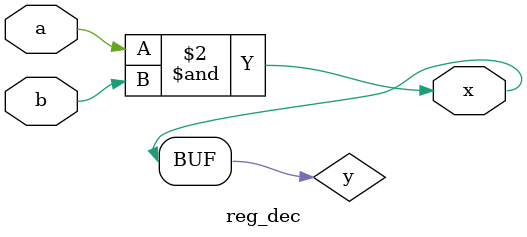
<source format=v>
module reg_dec(
  input a,b,
  output x
);
  reg y;
  always @ (*) begin
    y=a & b;
  end
  assign x=y;
endmodule

</source>
